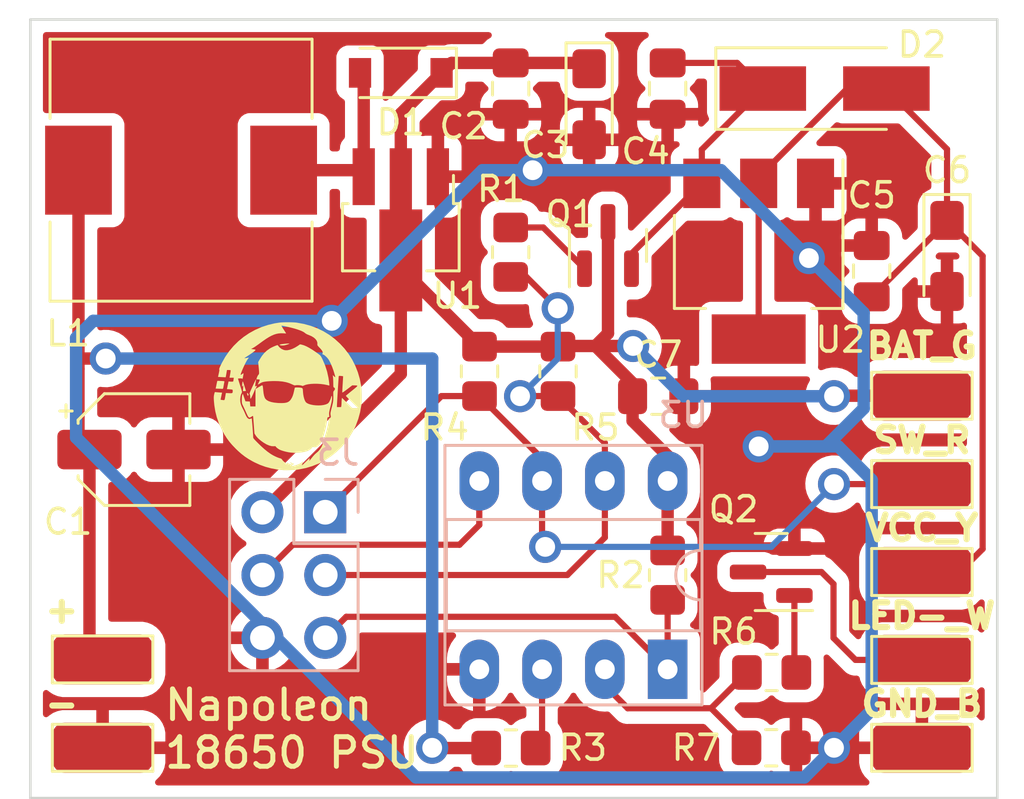
<source format=kicad_pcb>
(kicad_pcb (version 20211014) (generator pcbnew)

  (general
    (thickness 1.6)
  )

  (paper "A5")
  (title_block
    (title "Napoleon Grill Battery Supply")
    (date "2024-10-22")
    (rev "0.1-alpha")
    (company "Yavook!de")
  )

  (layers
    (0 "F.Cu" signal)
    (31 "B.Cu" signal)
    (32 "B.Adhes" user "B.Adhesive")
    (33 "F.Adhes" user "F.Adhesive")
    (34 "B.Paste" user)
    (35 "F.Paste" user)
    (36 "B.SilkS" user "B.Silkscreen")
    (37 "F.SilkS" user "F.Silkscreen")
    (38 "B.Mask" user)
    (39 "F.Mask" user)
    (40 "Dwgs.User" user "User.Drawings")
    (41 "Cmts.User" user "User.Comments")
    (42 "Eco1.User" user "User.Eco1")
    (43 "Eco2.User" user "User.Eco2")
    (44 "Edge.Cuts" user)
    (45 "Margin" user)
    (46 "B.CrtYd" user "B.Courtyard")
    (47 "F.CrtYd" user "F.Courtyard")
    (48 "B.Fab" user)
    (49 "F.Fab" user)
    (50 "User.1" user "Nutzer.1")
    (51 "User.2" user "Nutzer.2")
    (52 "User.3" user "Nutzer.3")
    (53 "User.4" user "Nutzer.4")
    (54 "User.5" user "Nutzer.5")
    (55 "User.6" user "Nutzer.6")
    (56 "User.7" user "Nutzer.7")
    (57 "User.8" user "Nutzer.8")
    (58 "User.9" user "Nutzer.9")
  )

  (setup
    (stackup
      (layer "F.SilkS" (type "Top Silk Screen"))
      (layer "F.Paste" (type "Top Solder Paste"))
      (layer "F.Mask" (type "Top Solder Mask") (thickness 0.01))
      (layer "F.Cu" (type "copper") (thickness 0.035))
      (layer "dielectric 1" (type "core") (thickness 1.51) (material "FR4") (epsilon_r 4.5) (loss_tangent 0.02))
      (layer "B.Cu" (type "copper") (thickness 0.035))
      (layer "B.Mask" (type "Bottom Solder Mask") (thickness 0.01))
      (layer "B.Paste" (type "Bottom Solder Paste"))
      (layer "B.SilkS" (type "Bottom Silk Screen"))
      (copper_finish "None")
      (dielectric_constraints no)
    )
    (pad_to_mask_clearance 0)
    (pcbplotparams
      (layerselection 0x0000000_7fffffff)
      (disableapertmacros false)
      (usegerberextensions false)
      (usegerberattributes true)
      (usegerberadvancedattributes true)
      (creategerberjobfile true)
      (svguseinch false)
      (svgprecision 6)
      (excludeedgelayer false)
      (plotframeref true)
      (viasonmask true)
      (mode 1)
      (useauxorigin false)
      (hpglpennumber 1)
      (hpglpenspeed 20)
      (hpglpendiameter 15.000000)
      (dxfpolygonmode true)
      (dxfimperialunits true)
      (dxfusepcbnewfont true)
      (psnegative true)
      (psa4output false)
      (plotreference false)
      (plotvalue false)
      (plotinvisibletext false)
      (sketchpadsonfab false)
      (subtractmaskfromsilk false)
      (outputformat 4)
      (mirror true)
      (drillshape 1)
      (scaleselection 1)
      (outputdirectory "")
    )
  )

  (net 0 "")
  (net 1 "+BATT")
  (net 2 "GND")
  (net 3 "+5V")
  (net 4 "Net-(C4-Pad2)")
  (net 5 "+3V3")
  (net 6 "Net-(D1-Pad2)")
  (net 7 "SW")
  (net 8 "LED-")
  (net 9 "~{3V3_EN}")
  (net 10 "/(MOSI)")
  (net 11 "/(~{RST})")
  (net 12 "Net-(Q1-Pad1)")
  (net 13 "Net-(Q2-Pad1)")
  (net 14 "/BAT_SENSE")
  (net 15 "/LED_ON")

  (footprint "Resistor_SMD:R_0805_2012Metric_Pad1.20x1.40mm_HandSolder" (layer "F.Cu") (at 37.211 27.194 90))

  (footprint "Resistor_SMD:R_0805_2012Metric_Pad1.20x1.40mm_HandSolder" (layer "F.Cu") (at 43.561 40.259 90))

  (footprint "Capacitor_SMD:C_0805_2012Metric_Pad1.18x1.45mm_HandSolder" (layer "F.Cu") (at 51.816 27.9615 90))

  (footprint "Package_TO_SOT_SMD:SOT-223-3_TabPin2" (layer "F.Cu") (at 47.244 27.559 -90))

  (footprint "Capacitor_Tantalum_SMD:CP_EIA-3216-18_Kemet-A_Pad1.58x1.35mm_HandSolder" (layer "F.Cu") (at 54.864 27.3455 -90))

  (footprint "Inductor_SMD:L_10.4x10.4_H4.8" (layer "F.Cu") (at 23.876 23.876))

  (footprint "Resistor_SMD:R_0805_2012Metric_Pad1.20x1.40mm_HandSolder" (layer "F.Cu") (at 39.126 32.014 90))

  (footprint "Diode_SMD:D_SMA_Handsoldering" (layer "F.Cu") (at 49.911 20.574))

  (footprint "Capacitor_SMD:CP_Elec_4x5.4" (layer "F.Cu") (at 21.971 35.179))

  (footprint "Capacitor_SMD:C_0805_2012Metric_Pad1.18x1.45mm_HandSolder" (layer "F.Cu") (at 43.18 33.02))

  (footprint "Package_TO_SOT_SMD:SOT-89-3_Handsoldering" (layer "F.Cu") (at 32.766 26.289 -90))

  (footprint "Resistor_SMD:R_0805_2012Metric_Pad1.20x1.40mm_HandSolder" (layer "F.Cu") (at 35.951 32.014 90))

  (footprint "Capacitor_SMD:C_0805_2012Metric_Pad1.18x1.45mm_HandSolder" (layer "F.Cu") (at 43.561 20.574 90))

  (footprint "Diode_SMD:D_SOD-123" (layer "F.Cu") (at 32.766 19.939 180))

  (footprint "Resistor_SMD:R_0805_2012Metric_Pad1.20x1.40mm_HandSolder" (layer "F.Cu") (at 47.752 47.244 180))

  (footprint "mini-boards:SolderWire_05_2x4mm" (layer "F.Cu") (at 53.848 33 -90))

  (footprint "Package_TO_SOT_SMD:SOT-23" (layer "F.Cu") (at 41.148 26.924 90))

  (footprint "Resistor_SMD:R_0805_2012Metric_Pad1.20x1.40mm_HandSolder" (layer "F.Cu") (at 37.221 47.254 180))

  (footprint "Package_TO_SOT_SMD:SOT-23" (layer "F.Cu") (at 47.752 40.132 180))

  (footprint "LOGO" (layer "F.Cu") (at 28.194 33.02))

  (footprint "mini-boards:SolderWire_02_2x4mm" (layer "F.Cu") (at 20.701 43.668 -90))

  (footprint "Capacitor_SMD:C_0805_2012Metric_Pad1.18x1.45mm_HandSolder" (layer "F.Cu") (at 37.211 20.574 -90))

  (footprint "Resistor_SMD:R_0805_2012Metric_Pad1.20x1.40mm_HandSolder" (layer "F.Cu") (at 47.768 44.196))

  (footprint "Capacitor_Tantalum_SMD:CP_EIA-3216-18_Kemet-A_Pad1.58x1.35mm_HandSolder" (layer "F.Cu") (at 40.386 21.209 -90))

  (footprint "Connector_PinHeader_2.54mm:PinHeader_2x03_P2.54mm_Vertical" (layer "B.Cu") (at 29.7085 37.714 180))

  (footprint "Package_DIP:DIP-8_W7.62mm_Socket_LongPads" (layer "B.Cu") (at 43.561 44.069 90))

  (gr_line (start 17.78 49.276) (end 56.896 49.276) (layer "Edge.Cuts") (width 0.1) (tstamp 34e967b3-de57-4561-9dd5-96c5dc3a6c07))
  (gr_line (start 17.78 17.78) (end 17.78 49.276) (layer "Edge.Cuts") (width 0.1) (tstamp 98834490-029b-4a46-8741-f1f823dcac7b))
  (gr_line (start 56.896 17.78) (end 17.78 17.78) (layer "Edge.Cuts") (width 0.1) (tstamp e763054f-c77a-439c-bfc2-aeb0404cbfcb))
  (gr_line (start 56.896 49.276) (end 56.896 17.78) (layer "Edge.Cuts") (width 0.1) (tstamp f830eab5-3b07-494b-a8ea-5832d2ee7357))
  (gr_text "Napoleon\n18650 PSU" (at 23.114 46.482) (layer "F.SilkS") (tstamp 0b5c1c5f-fb5b-4b9d-a898-815b7f5bbff0)
    (effects (font (size 1.2 1.2) (thickness 0.2)) (justify left))
  )
  (gr_text "SW_R" (at 53.848 34.798) (layer "F.SilkS") (tstamp 1a1c3d19-af17-4779-a1fd-8ac5a36a50f5)
    (effects (font (size 1 1) (thickness 0.25)))
  )
  (gr_text "+" (at 19.05 41.656) (layer "F.SilkS") (tstamp 42c05a67-b42f-4b6d-9c44-571af09eeb4b)
    (effects (font (size 1 1) (thickness 0.25)))
  )
  (gr_text "VCC_Y" (at 53.848 38.354) (layer "F.SilkS") (tstamp 51aa13dc-6c9f-4ad9-adf3-2be459fb4771)
    (effects (font (size 1 1) (thickness 0.25)))
  )
  (gr_text "-" (at 19.05 45.466) (layer "F.SilkS") (tstamp 7a993f1b-b438-43da-b6d4-c0dbf63b8edc)
    (effects (font (size 1 1) (thickness 0.25)))
  )
  (gr_text "BAT_G" (at 53.848 30.988) (layer "F.SilkS") (tstamp 816d9601-af08-4260-a966-ab159c080a6c)
    (effects (font (size 1 1) (thickness 0.25)))
  )
  (gr_text "GND_B" (at 53.848 45.466) (layer "F.SilkS") (tstamp 881cd0ed-7f38-43bc-ab09-842ba69140d9)
    (effects (font (size 1 1) (thickness 0.25)))
  )
  (gr_text "LED-_W" (at 53.848 41.91) (layer "F.SilkS") (tstamp a4e22a47-8081-427b-a284-fdb057c6b905)
    (effects (font (size 1 1) (thickness 0.25)))
  )

  (segment (start 36.221 47.254) (end 34.046 47.254) (width 0.5) (layer "F.Cu") (net 1) (tstamp 21ab2ed1-7f4d-4f0f-9e8b-c67f781729e5))
  (segment (start 20.171 35.179) (end 19.726 34.734) (width 0.5) (layer "F.Cu") (net 1) (tstamp 38c469f6-3c08-437e-9c45-ca40a23eb453))
  (segment (start 34.046 47.254) (end 34.036 47.244) (width 0.5) (layer "F.Cu") (net 1) (tstamp 52b35139-02eb-477b-9db5-eff022692151))
  (segment (start 19.812 31.496) (end 19.726 31.41) (width 0.5) (layer "F.Cu") (net 1) (tstamp 568febde-0e82-4c4c-895a-3e9d4c203337))
  (segment (start 19.726 31.918) (end 19.726 31.41) (width 0.5) (layer "F.Cu") (net 1) (tstamp 5b9f7ef7-441a-400b-b9d7-b2adbeba4486))
  (segment (start 19.726 31.41) (end 19.726 23.876) (width 0.5) (layer "F.Cu") (net 1) (tstamp 6028ded1-ff9e-4e58-a3d6-1d1a52ddd7b9))
  (segment (start 20.828 31.496) (end 19.812 31.496) (width 0.5) (layer "F.Cu") (net 1) (tstamp 6b5877a6-951b-47d9-bdb8-a982548f4da5))
  (segment (start 20.171 43.138) (end 20.171 35.179) (width 0.5) (layer "F.Cu") (net 1) (tstamp 6f9b287f-d2ec-4403-bb76-df9807cfe1b7))
  (segment (start 19.726 34.734) (end 19.726 31.918) (width 0.5) (layer "F.Cu") (net 1) (tstamp bb65050c-5017-46ff-a0d9-420567749183))
  (segment (start 20.701 43.668) (end 20.171 43.138) (width 0.5) (layer "F.Cu") (net 1) (tstamp e61e93b4-fa3c-4290-8a5b-90a29d53bca6))
  (via (at 20.828 31.496) (size 1.3) (drill 0.8) (layers "F.Cu" "B.Cu") (net 1) (tstamp 563e54e1-c7f0-474e-94d7-7ba5734bac61))
  (via (at 34.036 47.244) (size 1.3) (drill 0.8) (layers "F.Cu" "B.Cu") (net 1) (tstamp eef8aab8-7acd-42c3-be68-1ddc73a955ef))
  (segment (start 34.036 47.244) (end 34.036 31.496) (width 0.5) (layer "B.Cu") (net 1) (tstamp 356a4adf-df1a-4308-b021-13b68de38c5d))
  (segment (start 34.036 31.496) (end 20.828 31.496) (width 0.5) (layer "B.Cu") (net 1) (tstamp 97b908d6-f506-4ff2-9d8e-b6224c559321))
  (via (at 29.972 29.972) (size 1.3) (drill 0.8) (layers "F.Cu" "B.Cu") (net 2) (tstamp 0c4017d3-4441-4bfd-9480-4cb014c563ae))
  (via (at 38.1 23.876) (size 1.3) (drill 0.8) (layers "F.Cu" "B.Cu") (net 2) (tstamp 25519100-a83d-4b1f-9a31-b794aebc6e50))
  (via (at 47.244 35.052) (size 1.3) (drill 0.8) (layers "F.Cu" "B.Cu") (net 2) (tstamp 6e7e7b7e-407a-46a2-beab-f749bff7b436))
  (via (at 49.276 27.432) (size 1.3) (drill 0.8) (layers "F.Cu" "B.Cu") (net 2) (tstamp 73bfe9f0-e29f-4af8-93e6-43b7a08b96be))
  (via (at 50.292 47.244) (size 1.3) (drill 0.8) (layers "F.Cu" "B.Cu") (net 2) (tstamp 7406d141-a636-4854-abdc-f7c495c82f87))
  (segment (start 51.491511 33.516855) (end 49.956366 35.052) (width 0.5) (layer "B.Cu") (net 2) (tstamp 0fc733e2-f0b4-4a9f-81e5-296cbc25d5ae))
  (segment (start 51.491511 29.647511) (end 51.491511 33.516855) (width 0.5) (layer "B.Cu") (net 2) (tstamp 1114f773-f26b-4ef6-a2f6-1becbf2fcc25))
  (segment (start 49.956366 35.052) (end 47.244 35.052) (width 0.5) (layer "B.Cu") (net 2) (tstamp 302d59ab-d85b-4548-a74c-235b953562c8))
  (segment (start 47.244 35.052) (end 50.464366 35.052) (width 0.5) (layer "B.Cu") (net 2) (tstamp 4b0f37e8-d4dc-42f1-b452-33986e29fab2))
  (segment (start 50.464366 35.052) (end 51.816 36.403634) (width 0.5) (layer "B.Cu") (net 2) (tstamp 686b950b-72ab-468a-b7b9-30d1b4a4e4f2))
  (segment (start 38.1 23.876) (end 36.068 23.876) (width 0.5) (layer "B.Cu") (net 2) (tstamp 6decc48e-3a7a-474c-a57a-19a5bca14c57))
  (segment (start 19.628489 30.663511) (end 20.32 29.972) (width 0.5) (layer "B.Cu") (net 2) (tstamp 6ec14ec9-6365-4a40-b498-bc2055248c3c))
  (segment (start 49.092489 48.443511) (end 33.378802 48.443511) (width 0.5) (layer "B.Cu") (net 2) (tstamp 7f6d0c52-0a27-4e46-8015-d86c68709dfe))
  (segment (start 50.292 47.244) (end 49.092489 48.443511) (width 0.5) (layer "B.Cu") (net 2) (tstamp 8974eb9e-03fc-4cab-bf02-00aee77b834b))
  (segment (start 19.628489 34.693198) (end 19.628489 30.663511) (width 0.5) (layer "B.Cu") (net 2) (tstamp 950d8bf1-6e59-4a99-8099-d315d2990045))
  (segment (start 20.32 29.972) (end 29.972 29.972) (width 0.5) (layer "B.Cu") (net 2) (tstamp 9f5fd54d-0e5f-4f4f-b6b0-78724f4ba827))
  (segment (start 45.72 23.876) (end 49.276 27.432) (width 0.5) (layer "B.Cu") (net 2) (tstamp bede6a34-5022-48d3-838c-2778222e715e))
  (segment (start 49.276 27.432) (end 51.491511 29.647511) (width 0.5) (layer "B.Cu") (net 2) (tstamp cadd03ab-41ca-4c4b-aea2-22a3f0e6122e))
  (segment (start 36.068 23.876) (end 29.972 29.972) (width 0.5) (layer "B.Cu") (net 2) (tstamp cdf33bf4-06e5-4143-b5ec-36a042d5eb3e))
  (segment (start 51.816 36.403634) (end 51.816 45.72) (width 0.5) (layer "B.Cu") (net 2) (tstamp df9cb300-ecf3-4f79-8b64-73e6ba0aa702))
  (segment (start 33.378802 48.443511) (end 19.628489 34.693198) (width 0.5) (layer "B.Cu") (net 2) (tstamp e578be67-86df-457a-99b4-ebbe274bdfea))
  (segment (start 38.1 23.876) (end 45.72 23.876) (width 0.5) (layer "B.Cu") (net 2) (tstamp ed35a8ae-2c07-40fe-9420-9970dcdb764c))
  (segment (start 51.816 45.72) (end 50.292 47.244) (width 0.5) (layer "B.Cu") (net 2) (tstamp f69326fe-df27-4277-9e96-08f32f9ce2d7))
  (segment (start 41.148 30.48) (end 41.148 25.9865) (width 0.5) (layer "F.Cu") (net 3) (tstamp 07c9a569-0a9a-45a1-8bae-b59d00a55d39))
  (segment (start 53.848 33) (end 50.312 33) (width 0.5) (layer "F.Cu") (net 3) (tstamp 0c83f5b2-bb79-44dc-a823-b8e58623a019))
  (segment (start 40.151 19.5365) (end 40.386 19.7715) (width 0.5) (layer "F.Cu") (net 3) (tstamp 0c84f166-9c82-4d95-9050-61d2c1d5aec8))
  (segment (start 32.766 32.1165) (end 32.766 24.2265) (width 0.5) (layer "F.Cu") (net 3) (tstamp 38784c9b-c0d7-4bce-b8f7-0efef7d73fba))
  (segment (start 32.766 27.829) (end 32.766 24.2265) (width 0.5) (layer "F.Cu") (net 3) (tstamp 39a081c7-e451-4d7e-a9ba-dee9ed7f2532))
  (segment (start 39.126 31.014) (end 35.951 31.014) (width 0.5) (layer "F.Cu") (net 3) (tstamp 3e04e3ac-263e-4b99-bbd9-4766d8efc34d))
  (segment (start 40.64 30.988) (end 41.148 30.48) (width 0.5) (layer "F.Cu") (net 3) (tstamp 4b4c92dc-4fa9-48b8-9e36-9de960aeb283))
  (segment (start 43.561 35.433) (end 42.1425 34.0145) (width 0.5) (layer "F.Cu") (net 3) (tstamp 53d26bec-da1c-485e-981b-95a7dd201668))
  (segment (start 40.64 30.988) (end 42.1425 32.4905) (width 0.5) (layer "F.Cu") (net 3) (tstamp 57ca1174-2c42-4bf6-a18d-b54c7dfdba34))
  (segment (start 42.1425 34.0145) (end 42.1425 33.02) (width 0.5) (layer "F.Cu") (net 3) (tstamp 5d98e6b1-e4d6-4ecb-8ecf-feaa2b4a99f5))
  (segment (start 39.288366 30.988) (end 40.64 30.988) (width 0.5) (layer "F.Cu") (net 3) (tstamp 6248004b-7888-4e78-b997-e046b1b47a4f))
  (segment (start 32.766 21.589) (end 34.416 19.939) (width 0.5) (layer "F.Cu") (net 3) (tstamp 6d93040d-4118-49b0-b43e-2cbb7659067f))
  (segment (start 50.312 33) (end 50.292 33.02) (width 0.5) (layer "F.Cu") (net 3) (tstamp 7954d2e5-4f11-46d2-acc6-f3ed7c273452))
  (segment (start 43.561 36.449) (end 43.561 39.259) (width 0.5) (layer "F.Cu") (net 3) (tstamp 79e0bd15-4c29-4168-a00c-90691662b7b5))
  (segment (start 39.262366 31.014) (end 39.288366 30.988) (width 0.5) (layer "F.Cu") (net 3) (tstamp 809431cb-631e-4619-ba98-fd70a1c167b4))
  (segment (start 37.211 19.5365) (end 40.151 19.5365) (width 0.5) (layer "F.Cu") (net 3) (tstamp 84ca22c1-f60b-4525-b61d-a870ce74bdbd))
  (segment (start 32.766 24.2265) (end 32.766 21.589) (width 0.5) (layer "F.Cu") (net 3) (tstamp 960583dd-74a1-49ed-8e31-9c5fe4915959))
  (segment (start 34.8185 19.5365) (end 37.211 19.5365) (width 0.5) (layer "F.Cu") (net 3) (tstamp b545efbd-4665-495e-a212-a3eda1da410b))
  (segment (start 42.164 30.988) (end 40.64 30.988) (width 0.5) (layer "F.Cu") (net 3) (tstamp bafbc76f-b213-4f84-802b-752f4448bcba))
  (segment (start 39.126 31.014) (end 39.262366 31.014) (width 0.5) (layer "F.Cu") (net 3) (tstamp c8a50954-3081-4d03-ab3f-e92065677070))
  (segment (start 34.416 19.939) (end 34.8185 19.5365) (width 0.5) (layer "F.Cu") (net 3) (tstamp e1905a39-bd57-41c5-b262-1c8195859afb))
  (segment (start 42.1425 32.4905) (end 42.1425 33.02) (width 0.5) (layer "F.Cu") (net 3) (tstamp ec41e3fa-f416-44a5-9730-cbe35c82aca5))
  (segment (start 35.951 31.014) (end 32.766 27.829) (width 0.5) (layer "F.Cu") (net 3) (tstamp f13c8a3c-ee6c-4725-b2c4-b6301c331b20))
  (segment (start 27.1685 37.714) (end 32.766 32.1165) (width 0.5) (layer "F.Cu") (net 3) (tstamp f28404b2-f037-43e6-9506-b9b2c0e48e51))
  (segment (start 43.561 36.449) (end 43.561 35.433) (width 0.5) (layer "F.Cu") (net 3) (tstamp fb0df9fc-e4ab-4e4e-a491-0f4db966d548))
  (via (at 42.164 30.988) (size 1.3) (drill 0.8) (layers "F.Cu" "B.Cu") (net 3) (tstamp 690afe80-5324-4ad3-b29a-a957b1bb25c3))
  (via (at 50.292 33.02) (size 1.3) (drill 0.8) (layers "F.Cu" "B.Cu") (net 3) (tstamp 8a3738ee-2df5-4e2a-9031-a6168cf8de67))
  (segment (start 50.292 33.02) (end 44.196 33.02) (width 0.5) (layer "B.Cu") (net 3) (tstamp 287e8a0f-5771-4ca3-b4d8-6d1684e71ed8))
  (segment (start 44.196 33.02) (end 42.164 30.988) (width 0.5) (layer "B.Cu") (net 3) (tstamp e972d63f-c5c4-4c4b-a90a-e30d490a39e2))
  (segment (start 44.944 23.041) (end 47.411 20.574) (width 0.25) (layer "F.Cu") (net 4) (tstamp 3b30dd3d-a9a3-486d-8d00-c79474a22a05))
  (segment (start 44.944 24.409) (end 44.944 23.041) (width 0.25) (layer "F.Cu") (net 4) (tstamp 550b624e-9696-49b9-b538-59425abb1306))
  (segment (start 43.561 19.5365) (end 46.3735 19.5365) (width 0.25) (layer "F.Cu") (net 4) (tstamp a6e83826-b42d-4719-aa8a-9ac55ca9d3f0))
  (segment (start 42.098 27.255) (end 44.944 24.409) (width 0.25) (layer "F.Cu") (net 4) (tstamp bad67d77-ac8d-48c9-bc27-7c03d5f0ec54))
  (segment (start 42.098 27.8615) (end 42.098 27.255) (width 0.25) (layer "F.Cu") (net 4) (tstamp c5457779-ee3b-484d-8238-775041a2118b))
  (segment (start 46.3735 19.5365) (end 47.411 20.574) (width 0.25) (layer "F.Cu") (net 4) (tstamp d3d46084-2317-4066-83e7-eacc35dc18c0))
  (segment (start 55.372 40.132) (end 53.848 40.132) (width 0.25) (layer "F.Cu") (net 5) (tstamp 0b562950-7f50-4ca2-8367-964999aa4bae))
  (segment (start 47.244 24.159) (end 50.829 20.574) (width 0.25) (layer "F.Cu") (net 5) (tstamp 0f9e1153-0bf1-44b9-8b1f-3974bc45f4a4))
  (segment (start 54.864 23.027) (end 52.411 20.574) (width 0.25) (layer "F.Cu") (net 5) (tstamp 13290abb-9273-4cc3-90c3-de8eb76a923d))
  (segment (start 56.30452 27.34852) (end 56.30452 39.19948) (width 0.25) (layer "F.Cu") (net 5) (tstamp 147c7025-afc6-4f86-81c5-9dd6da9367fb))
  (segment (start 47.244 30.709) (end 47.244 24.409) (width 0.25) (layer "F.Cu") (net 5) (tstamp 25895764-c350-41a2-a17e-2938fabbc8a0))
  (segment (start 56.30452 39.19948) (end 55.372 40.132) (width 0.25) (layer "F.Cu") (net 5) (tstamp 30020ac2-00e9-48d5-bbd2-386be3fdc791))
  (segment (start 54.864 25.908) (end 54.864 23.027) (width 0.25) (layer "F.Cu") (net 5) (tstamp 6b72d131-93fb-49f9-acd7-28bcd8c183ee))
  (segment (start 51.816 28.999) (end 54.864 25.951) (width 0.25) (layer "F.Cu") (net 5) (tstamp a881a592-8e39-4cf3-98fe-252e609c37a6))
  (segment (start 47.244 24.409) (end 47.244 24.159) (width 0.25) (layer "F.Cu") (net 5) (tstamp abcab5c1-4f8d-4fff-aaef-be849aebe5a1))
  (segment (start 54.864 25.908) (end 56.30452 27.34852) (width 0.25) (layer "F.Cu") (net 5) (tstamp ad37c17d-f37a-4410-a4f9-de82c3c8ab0a))
  (segment (start 54.864 25.951) (end 54.864 25.908) (width 0.25) (layer "F.Cu") (net 5) (tstamp d44f3d4d-2814-4e10-9540-2248a8c6654c))
  (segment (start 50.829 20.574) (end 52.411 20.574) (width 0.25) (layer "F.Cu") (net 5) (tstamp ec51f97a-1448-4a99-ba01-d24cb2b23b6c))
  (segment (start 31.003 23.876) (end 31.266 24.139) (width 0.5) (layer "F.Cu") (net 6) (tstamp 0aa27f7c-861f-4293-a21e-c0b161492a55))
  (segment (start 31.266 24.139) (end 31.266 20.089) (width 0.5) (layer "F.Cu") (net 6) (tstamp 57bd2665-5a58-443e-8743-4aae5ecabbfc))
  (segment (start 31.266 20.089) (end 31.116 19.939) (width 0.5) (layer "F.Cu") (net 6) (tstamp 79425220-a032-494e-8721-f1e712b479c1))
  (segment (start 28.026 23.876) (end 31.003 23.876) (width 0.5) (layer "F.Cu") (net 6) (tstamp e4d209ff-4e0d-46b5-a0e4-ed954a4e9872))
  (segment (start 50.292 36.576) (end 53.848 36.576) (width 0.25) (layer "F.Cu") (net 7) (tstamp 0aa8573f-2e43-4600-b3d2-ad5f972a967c))
  (segment (start 38.481 36.449) (end 38.481 38.989) (width 0.25) (layer "F.Cu") (net 7) (tstamp 153433f2-8f5c-4b81-a731-bb3ef2d5a7ac))
  (segment (start 38.481 35.544) (end 38.481 36.449) (width 0.25) (layer "F.Cu") (net 7) (tstamp 2b54e335-fe00-43c1-8cba-33f920295352))
  (segment (start 34.4085 33.014) (end 35.951 33.014) (width 0.25) (layer "F.Cu") (net 7) (tstamp 65cf3164-6eb5-42b4-af15-3cc21461f559))
  (segment (start 29.7085 37.714) (end 34.4085 33.014) (width 0.25) (layer "F.Cu") (net 7) (tstamp 6cc3f858-76db-4b33-8e06-00eb87c107ef))
  (segment (start 35.951 33.014) (end 38.481 35.544) (width 0.25) (layer "F.Cu") (net 7) (tstamp 75108d1d-1430-4bd6-9194-71b67b0edc50))
  (segment (start 38.481 38.989) (end 38.608 39.116) (width 0.25) (layer "F.Cu") (net 7) (tstamp ce42515d-9c72-4f68-8e5f-8e1d6b0d1a14))
  (via (at 38.608 39.116) (size 1.3) (drill 0.8) (layers "F.Cu" "B.Cu") (net 7) (tstamp 1231b065-6df2-451f-8651-2d3101775518))
  (via (at 50.292 36.576) (size 1.3) (drill 0.8) (layers "F.Cu" "B.Cu") (net 7) (tstamp b6411a36-75ad-4fa9-89d0-3b5c455e4e16))
  (segment (start 47.752 39.116) (end 50.292 36.576) (width 0.25) (layer "B.Cu") (net 7) (tstamp 005cf3d5-546a-4540-ba3a-4d1f0d44ffb5))
  (segment (start 38.608 39.116) (end 47.752 39.116) (width 0.25) (layer "B.Cu") (net 7) (tstamp fc505821-2330-4afe-9c43-ed364b8ca5ac))
  (segment (start 49.784 40.132) (end 50.272 40.62) (width 0.25) (layer "F.Cu") (net 8) (tstamp 0dc118fc-e6a1-4ff1-b266-ab122b7abac6))
  (segment (start 46.8145 40.132) (end 49.784 40.132) (width 0.25) (layer "F.Cu") (net 8) (tstamp 1859ef23-a40e-4748-b369-6ce1f0904410))
  (segment (start 50.272 40.62) (end 50.272 42.799) (width 0.25) (layer "F.Cu") (net 8) (tstamp 9e3483a4-c28c-434d-a615-a9ab4d525e4c))
  (segment (start 50.272 42.799) (end 51.161 43.688) (width 0.25) (layer "F.Cu") (net 8) (tstamp dc168bbf-c74b-469f-9366-dff9c73e0187))
  (segment (start 51.161 43.688) (end 53.848 43.688) (width 0.25) (layer "F.Cu") (net 8) (tstamp ec861fc5-bbe9-47c6-a9d3-9f512544f890))
  (segment (start 37.598 33.014) (end 37.592 33.02) (width 0.25) (layer "F.Cu") (net 9) (tstamp 2b2f4c53-a036-403c-b827-312efcbb6d84))
  (segment (start 41.021 34.909) (end 39.126 33.014) (width 0.25) (layer "F.Cu") (net 9) (tstamp 333a59db-17e7-4c0c-b861-8c68d8beaaf3))
  (segment (start 39.126 33.014) (end 37.598 33.014) (width 0.25) (layer "F.Cu") (net 9) (tstamp 70adb506-1f01-4236-bfa3-ae34a6f81a95))
  (segment (start 39.502 40.254) (end 41.021 38.735) (width 0.25) (layer "F.Cu") (net 9) (tstamp 8ee26396-cfa7-4786-be63-57d651d4959b))
  (segment (start 37.846 28.194) (end 37.211 28.194) (width 0.25) (layer "F.Cu") (net 9) (tstamp 9b8e0eaf-4e33-4e40-9a49-05d11aa1e9e6))
  (segment (start 39.116 29.464) (end 37.846 28.194) (width 0.25) (layer "F.Cu") (net 9) (tstamp c2c89e33-9b96-475d-9091-40f69937856a))
  (segment (start 29.7085 40.254) (end 39.502 40.254) (width 0.25) (layer "F.Cu") (net 9) (tstamp d3f186d6-ec48-463f-8eee-1547a9ab1e28))
  (segment (start 41.021 36.449) (end 41.021 34.909) (width 0.25) (layer "F.Cu") (net 9) (tstamp d7c66460-4b40-43ec-a071-f368b2ecf316))
  (segment (start 41.021 38.735) (end 41.021 36.449) (width 0.25) (layer "F.Cu") (net 9) (tstamp f2e19665-1bac-4405-8b31-2783fa20082f))
  (via (at 39.116 29.464) (size 1.3) (drill 0.8) (layers "F.Cu" "B.Cu") (net 9) (tstamp 28cf3db3-0efd-445d-8e09-a00dcdb7e4c4))
  (via (at 37.592 33.02) (size 1.3) (drill 0.8) (layers "F.Cu" "B.Cu") (net 9) (tstamp 5513f8ec-efe5-4140-8650-29cd81468e5f))
  (segment (start 39.116 31.496) (end 39.116 29.464) (width 0.25) (layer "B.Cu") (net 9) (tstamp 014661a5-ae7e-4c61-add3-6a7f1238035b))
  (segment (start 37.592 33.02) (end 39.116 31.496) (width 0.25) (layer "B.Cu") (net 9) (tstamp be7d078a-1476-44c8-935c-11bf4f8a2955))
  (segment (start 35.941 38.227) (end 35.941 36.449) (width 0.25) (layer "F.Cu") (net 10) (tstamp 584dcfca-59c1-40c4-b52b-ee5b167246dc))
  (segment (start 35.138511 39.029489) (end 35.941 38.227) (width 0.25) (layer "F.Cu") (net 10) (tstamp bb67a671-89dc-475f-b441-aed63ca7b4cc))
  (segment (start 27.1685 40.254) (end 28.393011 39.029489) (width 0.25) (layer "F.Cu") (net 10) (tstamp cc783d91-a18c-4cce-9f7b-7d1cee10cc87))
  (segment (start 28.393011 39.029489) (end 35.138511 39.029489) (width 0.25) (layer "F.Cu") (net 10) (tstamp d2df5eeb-60b1-4ad0-bece-7860d97e0ea4))
  (segment (start 30.5585 41.944) (end 41.436 41.944) (width 0.25) (layer "F.Cu") (net 11) (tstamp 01313380-8bff-4b79-9418-aa35108a3346))
  (segment (start 41.436 41.944) (end 43.561 44.069) (width 0.25) (layer "F.Cu") (net 11) (tstamp 399e0ecb-bab4-4bf4-98d1-c02d6c95d7cf))
  (segment (start 43.561 44.069) (end 43.561 41.259) (width 0.25) (layer "F.Cu") (net 11) (tstamp 68a81389-4f88-4469-bff1-bedcb3b63bd1))
  (segment (start 29.7085 42.794) (end 30.5585 41.944) (width 0.25) (layer "F.Cu") (net 11) (tstamp f00e656c-e83a-4766-909c-2e0d3eea4f0e))
  (segment (start 40.198 27.8615) (end 38.5305 26.194) (width 0.25) (layer "F.Cu") (net 12) (tstamp 2d72c6af-2718-4c6b-bd3d-61c026a66ec3))
  (segment (start 38.5305 26.194) (end 37.211 26.194) (width 0.25) (layer "F.Cu") (net 12) (tstamp 3450a80d-cfc8-491a-b9b1-663dce8617da))
  (segment (start 48.6895 44.1175) (end 48.6895 41.082) (width 0.25) (layer "F.Cu") (net 13) (tstamp 05c33adf-0725-4414-9474-fc95565c2fc8))
  (segment (start 48.768 44.196) (end 48.6895 44.1175) (width 0.25) (layer "F.Cu") (net 13) (tstamp 2f247a54-fb9e-4f38-8101-29f2c5bfcebd))
  (segment (start 38.221 47.254) (end 38.481 46.994) (width 0.25) (layer "F.Cu") (net 14) (tstamp 66f92f1f-46e2-422e-ad2d-42b2a9561d0f))
  (segment (start 38.481 46.994) (end 38.481 44.069) (width 0.25) (layer "F.Cu") (net 14) (tstamp f2ba199d-d77a-43b8-8ee4-b1b87d363a54))
  (segment (start 46.752 47.075022) (end 45.320489 45.643511) (width 0.25) (layer "F.Cu") (net 15) (tstamp 3cfe9293-796b-49cd-8863-06dbd1a9f84e))
  (segment (start 45.320489 45.643511) (end 46.768 44.196) (width 0.25) (layer "F.Cu") (net 15) (tstamp 721242bc-73a5-47b2-99ad-ff13b4c30b8c))
  (segment (start 41.021 44.069) (end 41.021 44.719) (width 0.25) (layer "F.Cu") (net 15) (tstamp c43e3df4-9299-41eb-bed8-b2dd33a04587))
  (segment (start 41.021 44.719) (end 41.945511 45.643511) (width 0.25) (layer "F.Cu") (net 15) (tstamp e9a83744-789e-49fc-b2a6-9a10bf3f639d))
  (segment (start 41.945511 45.643511) (end 45.320489 45.643511) (width 0.25) (layer "F.Cu") (net 15) (tstamp f503b46d-e0fc-4655-9a6f-b08fdfea6767))
  (segment (start 46.752 47.244) (end 46.752 47.075022) (width 0.25) (layer "F.Cu") (net 15) (tstamp f6b6fa92-37d0-44da-80e0-804086ceb650))

  (zone (net 2) (net_name "GND") (layer "F.Cu") (tstamp babc852d-9cdb-4538-915a-5637c152f8f9) (hatch edge 0.508)
    (connect_pads (clearance 0.508))
    (min_thickness 0.254) (filled_areas_thickness no)
    (fill yes (thermal_gap 0.508) (thermal_bridge_width 0.508))
    (polygon
      (pts
        (xy 56.896 49.276)
        (xy 17.78 49.276)
        (xy 17.78 17.78)
        (xy 56.896 17.78)
      )
    )
    (filled_polygon
      (layer "F.Cu")
      (pts
        (xy 36.391743 18.308002)
        (xy 36.438236 18.361658)
        (xy 36.44834 18.431932)
        (xy 36.418846 18.496512)
        (xy 36.389925 18.521144)
        (xy 36.261652 18.600522)
        (xy 36.136695 18.725697)
        (xy 36.133739 18.730493)
        (xy 36.076386 18.771155)
        (xy 36.035422 18.778)
        (xy 34.88557 18.778)
        (xy 34.86662 18.776567)
        (xy 34.852385 18.774401)
        (xy 34.852381 18.774401)
        (xy 34.845151 18.773301)
        (xy 34.837859 18.773894)
        (xy 34.837856 18.773894)
        (xy 34.792482 18.777585)
        (xy 34.782267 18.778)
        (xy 34.774207 18.778)
        (xy 34.770573 18.778424)
        (xy 34.770567 18.778424)
        (xy 34.757542 18.779943)
        (xy 34.74598 18.781291)
        (xy 34.741632 18.781721)
        (xy 34.668864 18.78764)
        (xy 34.661903 18.789895)
        (xy 34.655963 18.791082)
        (xy 34.650088 18.792471)
        (xy 34.642819 18.793318)
        (xy 34.57417 18.818236)
        (xy 34.570073 18.819643)
        (xy 34.555487 18.824368)
        (xy 34.516659 18.8305)
        (xy 33.917866 18.8305)
        (xy 33.855684 18.837255)
        (xy 33.719295 18.888385)
        (xy 33.602739 18.975739)
        (xy 33.515385 19.092295)
        (xy 33.464255 19.228684)
        (xy 33.4575 19.290866)
        (xy 33.4575 19.772629)
        (xy 33.437498 19.84075)
        (xy 33.420595 19.861724)
        (xy 32.277089 21.00523)
        (xy 32.262677 21.017616)
        (xy 32.251083 21.026149)
        (xy 32.245182 21.030492)
        (xy 32.240438 21.036076)
        (xy 32.236436 21.039808)
        (xy 32.172975 21.07164)
        (xy 32.102379 21.06411)
        (xy 32.047061 21.019608)
        (xy 32.0245 20.947661)
        (xy 32.0245 20.787513)
        (xy 32.032518 20.743284)
        (xy 32.064973 20.656711)
        (xy 32.064973 20.656709)
        (xy 32.067745 20.649316)
        (xy 32.068599 20.64146)
        (xy 32.074131 20.590531)
        (xy 32.0745 20.587134)
        (xy 32.0745 19.290866)
        (xy 32.067745 19.228684)
        (xy 32.016615 19.092295)
        (xy 31.929261 18.975739)
        (xy 31.812705 18.888385)
        (xy 31.676316 18.837255)
        (xy 31.614134 18.8305)
        (xy 30.617866 18.8305)
        (xy 30.555684 18.837255)
        (xy 30.419295 18.888385)
        (xy 30.302739 18.975739)
        (xy 30.215385 19.092295)
        (xy 30.164255 19.228684)
        (xy 30.1575 19.290866)
        (xy 30.1575 20.587134)
        (xy 30.164255 20.649316)
        (xy 30.215385 20.785705)
        (xy 30.302739 20.902261)
        (xy 30.419295 20.989615)
        (xy 30.427704 20.992767)
        (xy 30.435575 20.997077)
        (xy 30.434664 20.998741)
        (xy 30.48249 21.034663)
        (xy 30.507193 21.101224)
        (xy 30.5075 21.110009)
        (xy 30.5075 22.521671)
        (xy 30.487498 22.589792)
        (xy 30.465593 22.613332)
        (xy 30.466269 22.614008)
        (xy 30.459919 22.620358)
        (xy 30.452739 22.625739)
        (xy 30.365385 22.742295)
        (xy 30.314255 22.878684)
        (xy 30.3075 22.940866)
        (xy 30.3075 22.9915)
        (xy 30.287498 23.059621)
        (xy 30.233842 23.106114)
        (xy 30.1815 23.1175)
        (xy 30.0105 23.1175)
        (xy 29.942379 23.097498)
        (xy 29.895886 23.043842)
        (xy 29.8845 22.9915)
        (xy 29.8845 22.027866)
        (xy 29.877745 21.965684)
        (xy 29.826615 21.829295)
        (xy 29.739261 21.712739)
        (xy 29.622705 21.625385)
        (xy 29.486316 21.574255)
        (xy 29.424134 21.5675)
        (xy 26.627866 21.5675)
        (xy 26.565684 21.574255)
        (xy 26.429295 21.625385)
        (xy 26.312739 21.712739)
        (xy 26.225385 21.829295)
        (xy 26.174255 21.965684)
        (xy 26.1675 22.027866)
        (xy 26.1675 25.724134)
        (xy 26.174255 25.786316)
        (xy 26.225385 25.922705)
        (xy 26.312739 26.039261)
        (xy 26.429295 26.126615)
        (xy 26.565684 26.177745)
        (xy 26.627866 26.1845)
        (xy 29.424134 26.1845)
        (xy 29.486316 26.177745)
        (xy 29.622705 26.126615)
        (xy 29.739261 26.039261)
        (xy 29.826615 25.922705)
        (xy 29.877745 25.786316)
        (xy 29.8845 25.724134)
        (xy 29.8845 24.7605)
        (xy 29.904502 24.692379)
        (xy 29.958158 24.645886)
        (xy 30.0105 24.6345)
        (xy 30.1815 24.6345)
        (xy 30.249621 24.654502)
        (xy 30.296114 24.708158)
        (xy 30.3075 24.7605)
        (xy 30.3075 25.337134)
        (xy 30.314255 25.399316)
        (xy 30.365385 25.535705)
        (xy 30.452739 25.652261)
        (xy 30.569295 25.739615)
        (xy 30.705684 25.790745)
        (xy 30.767866 25.7975)
        (xy 31.259771 25.7975)
        (xy 31.327892 25.817502)
        (xy 31.374385 25.871158)
        (xy 31.385771 25.9235)
        (xy 31.385771 29.589)
        (xy 31.391 29.662111)
        (xy 31.392904 29.668594)
        (xy 31.428055 29.788307)
        (xy 31.432196 29.802411)
        (xy 31.437067 29.80999)
        (xy 31.506378 29.917841)
        (xy 31.50638 29.917844)
        (xy 31.51125 29.925421)
        (xy 31.51806 29.931322)
        (xy 31.614945 30.015274)
        (xy 31.614948 30.015276)
        (xy 31.621757 30.021176)
        (xy 31.754766 30.081919)
        (xy 31.763689 30.083202)
        (xy 31.785251 30.086302)
        (xy 31.899433 30.102719)
        (xy 31.964013 30.132212)
        (xy 32.002396 30.191938)
        (xy 32.0075 30.227436)
        (xy 32.0075 31.750129)
        (xy 31.987498 31.81825)
        (xy 31.970595 31.839224)
        (xy 27.475796 36.334023)
        (xy 27.413484 36.368049)
        (xy 27.364605 36.368975)
        (xy 27.296784 36.356894)
        (xy 27.222952 36.355992)
        (xy 27.078581 36.354228)
        (xy 27.078579 36.354228)
        (xy 27.073411 36.354165)
        (xy 26.852591 36.387955)
        (xy 26.640256 36.457357)
        (xy 26.583314 36.486999)
        (xy 26.470851 36.545544)
        (xy 26.442107 36.560507)
        (xy 26.437974 36.56361)
        (xy 26.437971 36.563612)
        (xy 26.2676 36.69153)
        (xy 26.263465 36.694635)
        (xy 26.109129 36.856138)
        (xy 25.983243 37.04068)
        (xy 25.936216 37.141992)
        (xy 25.90488 37.2095)
        (xy 25.889188 37.243305)
        (xy 25.829489 37.45857)
        (xy 25.805751 37.680695)
        (xy 25.806048 37.685848)
        (xy 25.806048 37.685851)
        (xy 25.815588 37.851301)
        (xy 25.81861 37.903715)
        (xy 25.819747 37.908761)
        (xy 25.819748 37.908767)
        (xy 25.839715 37.997364)
        (xy 25.867722 38.121639)
        (xy 25.951766 38.328616)
        (xy 25.989185 38.389678)
        (xy 26.064924 38.513273)
        (xy 26.068487 38.519088)
        (xy 26.21475 38.687938)
        (xy 26.386626 38.830632)
        (xy 26.434488 38.8586)
        (xy 26.459945 38.873476)
        (xy 26.508669 38.925114)
        (xy 26.52174 38.994897)
        (xy 26.495009 39.060669)
        (xy 26.454555 39.094027)
        (xy 26.442107 39.100507)
        (xy 26.437974 39.10361)
        (xy 26.437971 39.103612)
        (xy 26.2676 39.23153)
        (xy 26.263465 39.234635)
        (xy 26.208417 39.292239)
        (xy 26.133493 39.370643)
        (xy 26.109129 39.396138)
        (xy 26.106215 39.40041)
        (xy 26.106214 39.400411)
        (xy 26.039302 39.4985)
        (xy 25.983243 39.58068)
        (xy 25.948219 39.656134)
        (xy 25.898214 39.763861)
        (xy 25.889188 39.783305)
        (xy 25.829489 39.99857)
        (xy 25.805751 40.220695)
        (xy 25.806048 40.225848)
        (xy 25.806048 40.225851)
        (xy 25.817248 40.420097)
        (xy 25.81861 40.443715)
        (xy 25.819747 40.448761)
        (xy 25.819748 40.448767)
        (xy 25.837611 40.528029)
        (xy 25.867722 40.661639)
        (xy 25.924247 40.800844)
        (xy 25.945162 40.852351)
        (xy 25.951766 40.868616)
        (xy 25.994673 40.938634)
        (xy 26.065791 41.054688)
        (xy 26.068487 41.059088)
        (xy 26.21475 41.227938)
        (xy 26.386626 41.370632)
        (xy 26.448522 41.406801)
        (xy 26.460455 41.413774)
        (xy 26.509179 41.465412)
        (xy 26.52225 41.535195)
        (xy 26.495519 41.600967)
        (xy 26.455062 41.634327)
        (xy 26.446957 41.638546)
        (xy 26.438238 41.644036)
        (xy 26.267933 41.771905)
        (xy 26.260226 41.778748)
        (xy 26.11309 41.932717)
        (xy 26.106604 41.940727)
        (xy 25.986598 42.116649)
        (xy 25.9815 42.125623)
        (xy 25.891838 42.318783)
        (xy 25.888275 42.32847)
        (xy 25.832889 42.528183)
        (xy 25.834412 42.536607)
        (xy 25.846792 42.54)
        (xy 27.2965 42.54)
        (xy 27.364621 42.560002)
        (xy 27.411114 42.613658)
        (xy 27.4225 42.666)
        (xy 27.4225 44.112517)
        (xy 27.426564 44.126359)
        (xy 27.439978 44.128393)
        (xy 27.446684 44.127534)
        (xy 27.456762 44.125392)
        (xy 27.660755 44.064191)
        (xy 27.670342 44.060433)
        (xy 27.861595 43.966739)
        (xy 27.870445 43.961464)
        (xy 28.043828 43.837792)
        (xy 28.0517 43.831139)
        (xy 28.202552 43.680812)
        (xy 28.20923 43.672965)
        (xy 28.336522 43.495819)
        (xy 28.337779 43.496722)
        (xy 28.384873 43.453362)
        (xy 28.454811 43.441145)
        (xy 28.520251 43.468678)
        (xy 28.548079 43.500511)
        (xy 28.608487 43.599088)
        (xy 28.75475 43.767938)
        (xy 28.926626 43.910632)
        (xy 29.1195 44.023338)
        (xy 29.328192 44.10303)
        (xy 29.33326 44.104061)
        (xy 29.333263 44.104062)
        (xy 29.428362 44.12341)
        (xy 29.547097 44.147567)
        (xy 29.552272 44.147757)
        (xy 29.552274 44.147757)
        (xy 29.765173 44.155564)
        (xy 29.765177 44.155564)
        (xy 29.770337 44.155753)
        (xy 29.775457 44.155097)
        (xy 29.775459 44.155097)
        (xy 29.986788 44.128025)
        (xy 29.986789 44.128025)
        (xy 29.991916 44.127368)
        (xy 29.996866 44.125883)
        (xy 30.200929 44.064661)
        (xy 30.200934 44.064659)
        (xy 30.205884 44.063174)
        (xy 30.406494 43.964896)
        (xy 30.58836 43.835173)
        (xy 30.610281 43.813329)
        (xy 30.725193 43.698817)
        (xy 30.746596 43.677489)
        (xy 30.876953 43.496077)
        (xy 30.890495 43.468678)
        (xy 30.973636 43.300453)
        (xy 30.973637 43.300451)
        (xy 30.97593 43.295811)
        (xy 31.033802 43.105334)
        (xy 31.039365 43.087023)
        (xy 31.039365 43.087021)
        (xy 31.04087 43.082069)
        (xy 31.070029 42.86059)
        (xy 31.071656 42.794)
        (xy 31.070181 42.776053)
        (xy 31.065065 42.713823)
        (xy 31.079418 42.644293)
        (xy 31.129084 42.59356)
        (xy 31.190641 42.5775)
        (xy 34.878519 42.5775)
        (xy 34.94664 42.597502)
        (xy 34.993133 42.651158)
        (xy 35.003237 42.721432)
        (xy 34.973743 42.786012)
        (xy 34.967614 42.792595)
        (xy 34.939084 42.821125)
        (xy 34.932028 42.829533)
        (xy 34.807069 43.007993)
        (xy 34.801586 43.017489)
        (xy 34.70951 43.214947)
        (xy 34.705764 43.225239)
        (xy 34.649375 43.435688)
        (xy 34.647472 43.446481)
        (xy 34.633238 43.60917)
        (xy 34.633 43.614635)
        (xy 34.633 43.796885)
        (xy 34.637475 43.812124)
        (xy 34.638865 43.813329)
        (xy 34.646548 43.815)
        (xy 36.069 43.815)
        (xy 36.137121 43.835002)
        (xy 36.183614 43.888658)
        (xy 36.195 43.941)
        (xy 36.195 45.736967)
        (xy 36.198973 45.750498)
        (xy 36.207522 45.751727)
        (xy 36.384761 45.704236)
        (xy 36.395053 45.70049)
        (xy 36.592511 45.608414)
        (xy 36.602007 45.602931)
        (xy 36.780467 45.477972)
        (xy 36.788875 45.470916)
        (xy 36.942916 45.316875)
        (xy 36.949972 45.308467)
        (xy 37.074931 45.130007)
        (xy 37.080414 45.120511)
        (xy 37.096529 45.085951)
        (xy 37.143446 45.032666)
        (xy 37.211723 45.013205)
        (xy 37.279683 45.033747)
        (xy 37.324919 45.085951)
        (xy 37.341151 45.120762)
        (xy 37.341154 45.120767)
        (xy 37.343477 45.125749)
        (xy 37.474802 45.3133)
        (xy 37.6367 45.475198)
        (xy 37.641208 45.478355)
        (xy 37.641211 45.478357)
        (xy 37.793771 45.585181)
        (xy 37.838099 45.640638)
        (xy 37.8475 45.688394)
        (xy 37.8475 45.929106)
        (xy 37.827498 45.997227)
        (xy 37.773842 46.04372)
        (xy 37.734504 46.054433)
        (xy 37.721692 46.055762)
        (xy 37.721688 46.055763)
        (xy 37.714834 46.056474)
        (xy 37.708298 46.058655)
        (xy 37.708296 46.058655)
        (xy 37.588882 46.098495)
        (xy 37.547054 46.11245)
        (xy 37.396652 46.205522)
        (xy 37.321321 46.280985)
        (xy 37.310216 46.292109)
        (xy 37.247934 46.326188)
        (xy 37.177114 46.321185)
        (xy 37.132025 46.292264)
        (xy 37.049483 46.209866)
        (xy 37.044303 46.204695)
        (xy 37.03711 46.200261)
        (xy 36.899968 46.115725)
        (xy 36.899966 46.115724)
        (xy 36.893738 46.111885)
        (xy 36.733254 46.058655)
        (xy 36.732389 46.058368)
        (xy 36.732387 46.058368)
        (xy 36.725861 46.056203)
        (xy 36.719025 46.055503)
        (xy 36.719022 46.055502)
        (xy 36.670483 46.050529)
        (xy 36.6214 46.0455)
        (xy 35.8206 46.0455)
        (xy 35.817354 46.045837)
        (xy 35.81735 46.045837)
        (xy 35.721692 46.055762)
        (xy 35.721688 46.055763)
        (xy 35.714834 46.056474)
        (xy 35.708298 46.058655)
        (xy 35.708296 46.058655)
        (xy 35.588882 46.098495)
        (xy 35.547054 46.11245)
        (xy 35.396652 46.205522)
        (xy 35.271695 46.330697)
        (xy 35.267855 46.336927)
        (xy 35.267854 46.336928)
        (xy 35.207022 46.435616)
        (xy 35.15425 46.483109)
        (xy 35.099762 46.4955)
        (xy 34.9824 46.4955)
        (xy 34.914279 46.475498)
        (xy 34.89688 46.462032)
        (xy 34.744271 46.320963)
        (xy 34.564201 46.207347)
        (xy 34.366441 46.128449)
        (xy 34.360781 46.127323)
        (xy 34.360777 46.127322)
        (xy 34.163282 46.088038)
        (xy 34.16328 46.088038)
        (xy 34.157615 46.086911)
        (xy 34.15184 46.086835)
        (xy 34.151836 46.086835)
        (xy 34.045161 46.085439)
        (xy 33.944716 46.084124)
        (xy 33.939019 46.085103)
        (xy 33.939018 46.085103)
        (xy 33.740564 46.119203)
        (xy 33.740561 46.119204)
        (xy 33.734874 46.120181)
        (xy 33.535116 46.193875)
        (xy 33.352134 46.302739)
        (xy 33.192054 46.443125)
        (xy 33.060238 46.610333)
        (xy 33.057549 46.615444)
        (xy 33.057547 46.615447)
        (xy 33.036899 46.654692)
        (xy 32.9611 46.798762)
        (xy 32.959386 46.804283)
        (xy 32.959384 46.804287)
        (xy 32.925126 46.914616)
        (xy 32.897961 47.002102)
        (xy 32.872936 47.213544)
        (xy 32.886861 47.426006)
        (xy 32.888282 47.431602)
        (xy 32.888283 47.431607)
        (xy 32.906282 47.502475)
        (xy 32.939272 47.632372)
        (xy 32.941689 47.637615)
        (xy 32.997002 47.757598)
        (xy 33.028411 47.825731)
        (xy 33.151296 47.999609)
        (xy 33.303809 48.148181)
        (xy 33.308605 48.151386)
        (xy 33.308608 48.151388)
        (xy 33.389831 48.205659)
        (xy 33.480843 48.266471)
        (xy 33.486146 48.268749)
        (xy 33.486149 48.268751)
        (xy 33.579208 48.308732)
        (xy 33.67647 48.350519)
        (xy 33.752316 48.367681)
        (xy 33.878501 48.396234)
        (xy 33.878506 48.396235)
        (xy 33.884138 48.397509)
        (xy 33.889909 48.397736)
        (xy 33.889911 48.397736)
        (xy 33.951252 48.400146)
        (xy 34.096891 48.405869)
        (xy 34.1026 48.405041)
        (xy 34.102604 48.405041)
        (xy 34.30189 48.376145)
        (xy 34.301894 48.376144)
        (xy 34.307605 48.375316)
        (xy 34.509223 48.306876)
        (xy 34.694993 48.20284)
        (xy 34.726711 48.176461)
        (xy 34.854255 48.070384)
        (xy 34.858693 48.066693)
        (xy 34.865979 48.057932)
        (xy 34.924915 48.018347)
        (xy 34.962854 48.0125)
        (xy 35.099689 48.0125)
        (xy 35.16781 48.032502)
        (xy 35.206833 48.072196)
        (xy 35.272522 48.178348)
        (xy 35.397697 48.303305)
        (xy 35.403927 48.307145)
        (xy 35.403928 48.307146)
        (xy 35.54109 48.391694)
        (xy 35.548262 48.396115)
        (xy 35.57767 48.405869)
        (xy 35.709611 48.449632)
        (xy 35.709613 48.449632)
        (xy 35.716139 48.451797)
        (xy 35.722975 48.452497)
        (xy 35.722978 48.452498)
        (xy 35.766031 48.456909)
        (xy 35.8206 48.4625)
        (xy 36.6214 48.4625)
        (xy 36.624646 48.462163)
        (xy 36.62465 48.462163)
        (xy 36.720308 48.452238)
        (xy 36.720312 48.452237)
        (xy 36.727166 48.451526)
        (xy 36.733702 48.449345)
        (xy 36.733704 48.449345)
        (xy 36.868515 48.404368)
        (xy 36.894946 48.39555)
        (xy 37.045348 48.302478)
        (xy 37.131784 48.215891)
        (xy 37.194066 48.181812)
        (xy 37.264886 48.186815)
        (xy 37.309976 48.215736)
        (xy 37.397697 48.303305)
        (xy 37.403927 48.307145)
        (xy 37.403928 48.307146)
        (xy 37.54109 48.391694)
        (xy 37.548262 48.396115)
        (xy 37.57767 48.405869)
        (xy 37.709611 48.449632)
        (xy 37.709613 48.449632)
        (xy 37.716139 48.451797)
        (xy 37.722975 48.452497)
        (xy 37.722978 48.452498)
        (xy 37.766031 48.456909)
        (xy 37.8206 48.4625)
        (xy 38.6214 48.4625)
        (xy 38.624646 48.462163)
        (xy 38.62465 48.462163)
        (xy 38.720308 48.452238)
        (xy 38.720312 48.452237)
        (xy 38.727166 48.451526)
        (xy 38.733702 48.449345)
        (xy 38.733704 48.449345)
        (xy 38.868515 48.404368)
        (xy 38.894946 48.39555)
        (xy 39.045348 48.302478)
        (xy 39.170305 48.177303)
        (xy 39.188256 48.148181)
        (xy 39.259275 48.032968)
        (xy 39.259276 48.032966)
        (xy 39.263115 48.026738)
        (xy 39.318797 47.858861)
        (xy 39.320534 47.841914)
        (xy 39.329172 47.757598)
        (xy 39.3295 47.7544)
        (xy 39.3295 46.7536)
        (xy 39.329163 46.75035)
        (xy 39.319238 46.654692)
        (xy 39.319237 46.654688)
        (xy 39.318526 46.647834)
        (xy 39.315067 46.637464)
        (xy 39.264868 46.487002)
        (xy 39.26255 46.480054)
        (xy 39.169478 46.329652)
        (xy 39.159461 46.319652)
        (xy 39.151481 46.311686)
        (xy 39.117403 46.249403)
        (xy 39.1145 46.222514)
        (xy 39.1145 45.688394)
        (xy 39.134502 45.620273)
        (xy 39.168229 45.585181)
        (xy 39.320789 45.478357)
        (xy 39.320792 45.478355)
        (xy 39.3253 45.475198)
        (xy 39.487198 45.3133)
        (xy 39.618523 45.125749)
        (xy 39.620846 45.120767)
        (xy 39.620849 45.120762)
        (xy 39.636805 45.086543)
        (xy 39.683722 45.033258)
        (xy 39.751999 45.013797)
        (xy 39.819959 45.034339)
        (xy 39.865195 45.086543)
        (xy 39.881151 45.120762)
        (xy 39.881154 45.120767)
        (xy 39.883477 45.125749)
        (xy 40.014802 45.3133)
        (xy 40.1767 45.475198)
        (xy 40.181208 45.478355)
        (xy 40.181211 45.478357)
        (xy 40.259389 45.533098)
        (xy 40.364251 45.606523)
        (xy 40.369233 45.608846)
        (xy 40.369238 45.608849)
        (xy 40.501009 45.670294)
        (xy 40.571757 45.703284)
        (xy 40.577065 45.704706)
        (xy 40.577067 45.704707)
        (xy 40.787598 45.761119)
        (xy 40.7876 45.761119)
        (xy 40.792913 45.762543)
        (xy 41.021 45.782498)
        (xy 41.026475 45.782019)
        (xy 41.026476 45.782019)
        (xy 41.116581 45.774136)
        (xy 41.186185 45.788125)
        (xy 41.216657 45.810562)
        (xy 41.441859 46.035764)
        (xy 41.449399 46.04405)
        (xy 41.453511 46.050529)
        (xy 41.459288 46.055954)
        (xy 41.503162 46.097154)
        (xy 41.506004 46.099909)
        (xy 41.525741 46.119646)
        (xy 41.528938 46.122126)
        (xy 41.537958 46.129829)
        (xy 41.57019 46.160097)
        (xy 41.577136 46.163916)
        (xy 41.577139 46.163918)
        (xy 41.587945 46.169859)
        (xy 41.604464 46.18071)
        (xy 41.62047 46.193125)
        (xy 41.627739 46.19627)
        (xy 41.627743 46.196273)
        (xy 41.661048 46.210685)
        (xy 41.671698 46.215902)
        (xy 41.710451 46.237206)
        (xy 41.718126 46.239177)
        (xy 41.718127 46.239177)
        (xy 41.730073 46.242244)
        (xy 41.748778 46.248648)
        (xy 41.767366 46.256692)
        (xy 41.775189 46.257931)
        (xy 41.775199 46.257934)
        (xy 41.811035 46.26361)
        (xy 41.822655 46.266016)
        (xy 41.8578 46.275039)
        (xy 41.865481 46.277011)
        (xy 41.885735 46.277011)
        (xy 41.905445 46.278562)
        (xy 41.925454 46.281731)
        (xy 41.933346 46.280985)
        (xy 41.969472 46.27757)
        (xy 41.98133 46.277011)
        (xy 45.005895 46.277011)
        (xy 45.074016 46.297013)
        (xy 45.09499 46.313916)
        (xy 45.606595 46.825521)
        (xy 45.640621 46.887833)
        (xy 45.6435 46.914616)
        (xy 45.6435 47.7444)
        (xy 45.643837 47.747646)
        (xy 45.643837 47.74765)
        (xy 45.653618 47.841914)
        (xy 45.654474 47.850166)
        (xy 45.71045 48.017946)
        (xy 45.803522 48.168348)
        (xy 45.928697 48.293305)
        (xy 45.934927 48.297145)
        (xy 45.934928 48.297146)
        (xy 46.072288 48.381816)
        (xy 46.079262 48.386115)
        (xy 46.138819 48.405869)
        (xy 46.240611 48.439632)
        (xy 46.240613 48.439632)
        (xy 46.247139 48.441797)
        (xy 46.253975 48.442497)
        (xy 46.253978 48.442498)
        (xy 46.297031 48.446909)
        (xy 46.3516 48.4525)
        (xy 47.1524 48.4525)
        (xy 47.155646 48.452163)
        (xy 47.15565 48.452163)
        (xy 47.251308 48.442238)
        (xy 47.251312 48.442237)
        (xy 47.258166 48.441526)
        (xy 47.264702 48.439345)
        (xy 47.264704 48.439345)
        (xy 47.414124 48.389494)
        (xy 47.425946 48.38555)
        (xy 47.576348 48.292478)
        (xy 47.652802 48.215891)
        (xy 47.663138 48.205537)
        (xy 47.725421 48.171458)
        (xy 47.796241 48.176461)
        (xy 47.841329 48.205382)
        (xy 47.923829 48.287739)
        (xy 47.93524 48.296751)
        (xy 48.073243 48.381816)
        (xy 48.086424 48.387963)
        (xy 48.24071 48.439138)
        (xy 48.254086 48.442005)
        (xy 48.348438 48.451672)
        (xy 48.354854 48.452)
        (xy 48.479885 48.452)
        (xy 48.495124 48.447525)
        (xy 48.496329 48.446135)
        (xy 48.498 48.438452)
        (xy 48.498 48.433884)
        (xy 49.006 48.433884)
        (xy 49.010475 48.449123)
        (xy 49.011865 48.450328)
        (xy 49.019548 48.451999)
        (xy 49.149095 48.451999)
        (xy 49.155614 48.451662)
        (xy 49.251206 48.441743)
        (xy 49.2646 48.438851)
        (xy 49.418784 48.387412)
        (xy 49.431962 48.381239)
        (xy 49.569807 48.295937)
        (xy 49.581208 48.286901)
        (xy 49.695739 48.172171)
        (xy 49.704751 48.16076)
        (xy 49.789816 48.022757)
        (xy 49.795963 48.009576)
        (xy 49.847138 47.85529)
        (xy 49.850005 47.841914)
        (xy 49.859672 47.747562)
        (xy 49.86 47.741146)
        (xy 49.86 47.516115)
        (xy 49.855525 47.500876)
        (xy 49.854135 47.499671)
        (xy 49.846452 47.498)
        (xy 49.024115 47.498)
        (xy 49.008876 47.502475)
        (xy 49.007671 47.503865)
        (xy 49.006 47.511548)
        (xy 49.006 48.433884)
        (xy 48.498 48.433884)
        (xy 48.498 46.971885)
        (xy 49.006 46.971885)
        (xy 49.010475 46.987124)
        (xy 49.011865 46.988329)
        (xy 49.019548 46.99)
        (xy 49.841884 46.99)
        (xy 49.857123 46.985525)
        (xy 49.858328 46.984135)
        (xy 49.859999 46.976452)
        (xy 49.859999 46.971885)
        (xy 51.308 46.971885)
        (xy 51.312475 46.987124)
        (xy 51.313865 46.988329)
        (xy 51.321548 46.99)
        (xy 53.575885 46.99)
        (xy 53.591124 46.985525)
        (xy 53.592329 46.984135)
        (xy 53.594 46.976452)
        (xy 53.594 45.738115)
        (xy 53.589525 45.722876)
        (xy 53.588135 45.721671)
        (xy 53.580452 45.72)
        (xy 52.228548 45.72)
        (xy 52.225464 45.720078)
        (xy 52.216244 45.721235)
        (xy 52.031551 45.758476)
        (xy 52.019829 45.762059)
        (xy 51.847253 45.833895)
        (xy 51.836443 45.839692)
        (xy 51.681118 45.943673)
        (xy 51.671631 45.951466)
        (xy 51.539466 46.083631)
        (xy 51.531673 46.093118)
        (xy 51.427692 46.248443)
        (xy 51.421895 46.259253)
        (xy 51.350059 46.431829)
        (xy 51.346476 46.443551)
        (xy 51.309235 46.628244)
        (xy 51.308078 46.637464)
        (xy 51.308 46.640548)
        (xy 51.308 46.971885)
        (xy 49.859999 46.971885)
        (xy 49.859999 46.746905)
        (xy 49.859662 46.740386)
        (xy 49.849743 46.644794)
        (xy 49.846851 46.6314)
        (xy 49.795412 46.477216)
        (xy 49.789239 46.464038)
        (xy 49.703937 46.326193)
        (xy 49.694901 46.314792)
        (xy 49.580171 46.200261)
        (xy 49.56876 46.191249)
        (xy 49.430757 46.106184)
        (xy 49.417576 46.100037)
        (xy 49.26329 46.048862)
        (xy 49.249914 46.045995)
        (xy 49.155562 46.036328)
        (xy 49.149145 46.036)
        (xy 49.024115 46.036)
        (xy 49.008876 46.040475)
        (xy 49.007671 46.041865)
        (xy 49.006 46.049548)
        (xy 49.006 46.971885)
        (xy 48.498 46.971885)
        (xy 48.498 46.054116)
        (xy 48.493525 46.038877)
        (xy 48.492135 46.037672)
        (xy 48.484452 46.036001)
        (xy 48.354905 46.036001)
        (xy 48.348386 46.036338)
        (xy 48.252794 46.046257)
        (xy 48.2394 46.049149)
        (xy 48.085216 46.100588)
        (xy 48.072038 46.106761)
        (xy 47.934193 46.192063)
        (xy 47.922792 46.201099)
        (xy 47.84157 46.282462)
        (xy 47.779287 46.316541)
        (xy 47.708467 46.311538)
        (xy 47.66338 46.282617)
        (xy 47.580488 46.19987)
        (xy 47.580483 46.199866)
        (xy 47.575303 46.194695)
        (xy 47.510371 46.15467)
        (xy 47.430968 46.105725)
        (xy 47.430966 46.105724)
        (xy 47.424738 46.101885)
        (xy 47.293538 46.058368)
        (xy 47.263389 46.048368)
        (xy 47.263387 46.048368)
        (xy 47.256861 46.046203)
        (xy 47.250025 46.045503)
        (xy 47.250022 46.045502)
        (xy 47.206969 46.041091)
        (xy 47.1524 46.0355)
        (xy 46.660573 46.0355)
        (xy 46.592452 46.015498)
        (xy 46.571478 45.998595)
        (xy 46.305489 45.732606)
        (xy 46.271463 45.670294)
        (xy 46.276528 45.599479)
        (xy 46.305489 45.554416)
        (xy 46.4185 45.441405)
        (xy 46.480812 45.407379)
        (xy 46.507595 45.4045)
        (xy 47.1684 45.4045)
        (xy 47.171646 45.404163)
        (xy 47.17165 45.404163)
        (xy 47.267308 45.394238)
        (xy 47.267312 45.394237)
        (xy 47.274166 45.393526)
        (xy 47.280702 45.391345)
        (xy 47.280704 45.391345)
        (xy 47.412806 45.347272)
        (xy 47.441946 45.33755)
        (xy 47.592348 45.244478)
        (xy 47.678784 45.157891)
        (xy 47.741066 45.123812)
        (xy 47.811886 45.128815)
        (xy 47.856975 45.157736)
        (xy 47.890562 45.191264)
        (xy 47.944697 45.245305)
        (xy 47.950927 45.249145)
        (xy 47.950928 45.249146)
        (xy 48.08809 45.333694)
        (xy 48.095262 45.338115)
        (xy 48.175005 45.364564)
        (xy 48.256611 45.391632)
        (xy 48.256613 45.391632)
        (xy 48.263139 45.393797)
        (xy 48.269975 45.394497)
        (xy 48.269978 45.394498)
        (xy 48.313031 45.398909)
        (xy 48.3676 45.4045)
        (xy 49.1684 45.4045)
        (xy 49.171646 45.404163)
        (xy 49.17165 45.404163)
        (xy 49.267308 45.394238)
        (xy 49.267312 45.394237)
        (xy 49.274166 45.393526)
        (xy 49.280702 45.391345)
        (xy 49.280704 45.391345)
        (xy 49.412806 45.347272)
        (xy 49.441946 45.33755)
        (xy 49.592348 45.244478)
        (xy 49.717305 45.119303)
        (xy 49.743887 45.076179)
        (xy 49.806275 44.974968)
        (xy 49.806276 44.974966)
        (xy 49.810115 44.968738)
        (xy 49.853081 44.8392)
        (xy 49.863632 44.807389)
        (xy 49.863632 44.807387)
        (xy 49.865797 44.800861)
        (xy 49.8765 44.6964)
        (xy 49.8765 43.6956)
        (xy 49.875 43.681137)
        (xy 49.867276 43.606702)
        (xy 49.880141 43.536881)
        (xy 49.928711 43.485098)
        (xy 49.997567 43.467796)
        (xy 50.064847 43.490466)
        (xy 50.081698 43.504603)
        (xy 50.657348 44.080253)
        (xy 50.664888 44.088539)
        (xy 50.669 44.095018)
        (xy 50.674777 44.100443)
        (xy 50.718651 44.141643)
        (xy 50.721493 44.144398)
        (xy 50.74123 44.164135)
        (xy 50.744427 44.166615)
        (xy 50.753447 44.174318)
        (xy 50.785679 44.204586)
        (xy 50.792625 44.208405)
        (xy 50.792628 44.208407)
        (xy 50.803434 44.214348)
        (xy 50.819953 44.225199)
        (xy 50.835959 44.237614)
        (xy 50.843228 44.240759)
        (xy 50.843232 44.240762)
        (xy 50.876537 44.255174)
        (xy 50.887187 44.260391)
        (xy 50.92594 44.281695)
        (xy 50.933615 44.283666)
        (xy 50.933616 44.283666)
        (xy 50.945562 44.286733)
        (xy 50.964267 44.293137)
        (xy 50.982855 44.301181)
        (xy 50.990678 44.30242)
        (xy 50.990688 44.302423)
        (xy 51.026524 44.308099)
        (xy 51.038144 44.310505)
        (xy 51.073289 44.319528)
        (xy 51.08097 44.3215)
        (xy 51.101224 44.3215)
        (xy 51.120934 44.323051)
        (xy 51.140943 44.32622)
        (xy 51.148835 44.325474)
        (xy 51.184961 44.322059)
        (xy 51.196819 44.3215)
        (xy 51.209173 44.3215)
        (xy 51.277294 44.341502)
        (xy 51.323787 44.395158)
        (xy 51.332687 44.422595)
        (xy 51.337306 44.445501)
        (xy 51.347213 44.494634)
        (xy 51.423821 44.678672)
        (xy 51.534716 44.844325)
        (xy 51.675675 44.985284)
        (xy 51.841328 45.096179)
        (xy 52.025366 45.172787)
        (xy 52.03141 45.174006)
        (xy 52.031411 45.174006)
        (xy 52.216191 45.211264)
        (xy 52.220779 45.212189)
        (xy 52.226918 45.2125)
        (xy 55.469082 45.2125)
        (xy 55.475221 45.212189)
        (xy 55.479809 45.211264)
        (xy 55.664589 45.174006)
        (xy 55.66459 45.174006)
        (xy 55.670634 45.172787)
        (xy 55.854672 45.096179)
        (xy 56.020325 44.985284)
        (xy 56.161284 44.844325)
        (xy 56.164663 44.839277)
        (xy 56.223333 44.799353)
        (xy 56.294305 44.797485)
        (xy 56.35502 44.834283)
        (xy 56.386202 44.898066)
        (xy 56.388 44.919273)
        (xy 56.388 46.013517)
        (xy 56.367998 46.081638)
        (xy 56.314342 46.128131)
        (xy 56.244068 46.138235)
        (xy 56.179488 46.108741)
        (xy 56.164638 46.093496)
        (xy 56.156535 46.083632)
        (xy 56.024369 45.951466)
        (xy 56.014882 45.943673)
        (xy 55.859557 45.839692)
        (xy 55.848747 45.833895)
        (xy 55.676171 45.762059)
        (xy 55.664449 45.758476)
        (xy 55.479756 45.721235)
        (xy 55.470536 45.720078)
        (xy 55.467452 45.72)
        (xy 54.120115 45.72)
        (xy 54.104876 45.724475)
        (xy 54.103671 45.725865)
        (xy 54.102 45.733548)
        (xy 54.102 47.372)
        (xy 54.081998 47.440121)
        (xy 54.028342 47.486614)
        (xy 53.976 47.498)
        (xy 51.326115 47.498)
        (xy 51.310876 47.502475)
        (xy 51.309671 47.503865)
        (xy 51.308 47.511548)
        (xy 51.308 47.847452)
        (xy 51.308078 47.850536)
        (xy 51.309235 47.859756)
        (xy 51.346476 48.044449)
        (xy 51.350059 48.056171)
        (xy 51.421895 48.228747)
        (xy 51.427692 48.239557)
        (xy 51.531673 48.394882)
        (xy 51.539466 48.404369)
        (xy 51.671632 48.536535)
        (xy 51.681496 48.544638)
        (xy 51.721438 48.603334)
        (xy 51.723305 48.674306)
        (xy 51.686506 48.735021)
        (xy 51.622723 48.766203)
        (xy 51.601517 48.768)
        (xy 22.947483 48.768)
        (xy 22.879362 48.747998)
        (xy 22.832869 48.694342)
        (xy 22.822765 48.624068)
        (xy 22.852259 48.559488)
        (xy 22.867504 48.544638)
        (xy 22.877368 48.536535)
        (xy 23.009534 48.404369)
        (xy 23.017327 48.394882)
        (xy 23.121308 48.239557)
        (xy 23.127105 48.228747)
        (xy 23.198941 48.056171)
        (xy 23.202524 48.044449)
        (xy 23.239765 47.859756)
        (xy 23.240922 47.850536)
        (xy 23.241 47.847452)
        (xy 23.241 47.516115)
        (xy 23.236525 47.500876)
        (xy 23.235135 47.499671)
        (xy 23.227452 47.498)
        (xy 20.573 47.498)
        (xy 20.504879 47.477998)
        (xy 20.458386 47.424342)
        (xy 20.447 47.372)
        (xy 20.447 46.971885)
        (xy 20.955 46.971885)
        (xy 20.959475 46.987124)
        (xy 20.960865 46.988329)
        (xy 20.968548 46.99)
        (xy 23.222885 46.99)
        (xy 23.238124 46.985525)
        (xy 23.239329 46.984135)
        (xy 23.241 46.976452)
        (xy 23.241 46.640548)
        (xy 23.240922 46.637464)
        (xy 23.239765 46.628244)
        (xy 23.202524 46.443551)
        (xy 23.198941 46.431829)
        (xy 23.127105 46.259253)
        (xy 23.121308 46.248443)
        (xy 23.017327 46.093118)
        (xy 23.009534 46.083631)
        (xy 22.877369 45.951466)
        (xy 22.867882 45.943673)
        (xy 22.712557 45.839692)
        (xy 22.701747 45.833895)
        (xy 22.529171 45.762059)
        (xy 22.517449 45.758476)
        (xy 22.332756 45.721235)
        (xy 22.323536 45.720078)
        (xy 22.320452 45.72)
        (xy 20.973115 45.72)
        (xy 20.957876 45.724475)
        (xy 20.956671 45.725865)
        (xy 20.955 45.733548)
        (xy 20.955 46.971885)
        (xy 20.447 46.971885)
        (xy 20.447 45.738115)
        (xy 20.442525 45.722876)
        (xy 20.441135 45.721671)
        (xy 20.433452 45.72)
        (xy 19.081548 45.72)
        (xy 19.078464 45.720078)
        (xy 19.069244 45.721235)
        (xy 18.884551 45.758476)
        (xy 18.872829 45.762059)
        (xy 18.700253 45.833895)
        (xy 18.689443 45.839692)
        (xy 18.534118 45.943673)
        (xy 18.524631 45.951466)
        (xy 18.503095 45.973002)
        (xy 18.440783 46.007028)
        (xy 18.369968 46.001963)
        (xy 18.313132 45.959416)
        (xy 18.288321 45.892896)
        (xy 18.288 45.883907)
        (xy 18.288 45.028799)
        (xy 18.308002 44.960678)
        (xy 18.361658 44.914185)
        (xy 18.431932 44.904081)
        (xy 18.496512 44.933575)
        (xy 18.503095 44.939704)
        (xy 18.528675 44.965284)
        (xy 18.533799 44.968714)
        (xy 18.5338 44.968715)
        (xy 18.540361 44.973107)
        (xy 18.694328 45.076179)
        (xy 18.878366 45.152787)
        (xy 18.88441 45.154006)
        (xy 18.884411 45.154006)
        (xy 19.069191 45.191264)
        (xy 19.073779 45.192189)
        (xy 19.079918 45.1925)
        (xy 22.322082 45.1925)
        (xy 22.328221 45.192189)
        (xy 22.332809 45.191264)
        (xy 22.517589 45.154006)
        (xy 22.51759 45.154006)
        (xy 22.523634 45.152787)
        (xy 22.707672 45.076179)
        (xy 22.861639 44.973107)
        (xy 22.8682 44.968715)
        (xy 22.868201 44.968714)
        (xy 22.873325 44.965284)
        (xy 23.014284 44.824325)
        (xy 23.125179 44.658672)
        (xy 23.181502 44.523365)
        (xy 34.633 44.523365)
        (xy 34.633238 44.52883)
        (xy 34.647472 44.691519)
        (xy 34.649375 44.702312)
        (xy 34.705764 44.912761)
        (xy 34.70951 44.923053)
        (xy 34.801586 45.120511)
        (xy 34.807069 45.130007)
        (xy 34.932028 45.308467)
        (xy 34.939084 45.316875)
        (xy 35.093125 45.470916)
        (xy 35.101533 45.477972)
        (xy 35.279993 45.602931)
        (xy 35.289489 45.608414)
        (xy 35.486947 45.70049)
        (xy 35.497239 45.704236)
        (xy 35.669503 45.750394)
        (xy 35.683599 45.750058)
        (xy 35.687 45.742116)
        (xy 35.687 44.341115)
        (xy 35.682525 44.325876)
        (xy 35.681135 44.324671)
        (xy 35.673452 44.323)
        (xy 34.651115 44.323)
        (xy 34.635876 44.327475)
        (xy 34.634671 44.328865)
        (xy 34.633 44.336548)
        (xy 34.633 44.523365)
        (xy 23.181502 44.523365)
        (xy 23.201787 44.474634)
        (xy 23.231963 44.32498)
        (xy 23.240264 44.283809)
        (xy 23.240264 44.283808)
        (xy 23.241189 44.279221)
        (xy 23.2415 44.273082)
        (xy 23.2415 43.062918)
        (xy 23.241452 43.061966)
        (xy 25.836757 43.061966)
        (xy 25.867065 43.196446)
        (xy 25.870145 43.206275)
        (xy 25.95027 43.403603)
        (xy 25.954913 43.412794)
        (xy 26.066194 43.594388)
        (xy 26.072277 43.602699)
        (xy 26.211713 43.763667)
        (xy 26.21908 43.770883)
        (xy 26.382934 43.906916)
        (xy 26.391381 43.912831)
        (xy 26.575256 44.020279)
        (xy 26.584542 44.024729)
        (xy 26.783501 44.100703)
        (xy 26.793399 44.103579)
        (xy 26.89675 44.124606)
        (xy 26.910799 44.12341)
        (xy 26.9145 44.113065)
        (xy 26.9145 43.066115)
        (xy 26.910025 43.050876)
        (xy 26.908635 43.049671)
        (xy 26.900952 43.048)
        (xy 25.851725 43.048)
        (xy 25.838194 43.051973)
        (xy 25.836757 43.061966)
        (xy 23.241452 43.061966)
        (xy 23.241189 43.056779)
        (xy 23.230353 43.003036)
        (xy 23.203006 42.867411)
        (xy 23.203006 42.86741)
        (xy 23.201787 42.861366)
        (xy 23.125179 42.677328)
        (xy 23.030975 42.536607)
        (xy 23.017715 42.5168)
        (xy 23.017714 42.516799)
        (xy 23.014284 42.511675)
        (xy 22.873325 42.370716)
        (xy 22.707672 42.259821)
        (xy 22.523634 42.183213)
        (xy 22.51759 42.181994)
        (xy 22.517589 42.181994)
        (xy 22.332809 42.144736)
        (xy 22.332808 42.144736)
        (xy 22.328221 42.143811)
        (xy 22.322082 42.1435)
        (xy 21.0555 42.1435)
        (xy 20.987379 42.123498)
        (xy 20.940886 42.069842)
        (xy 20.9295 42.0175)
        (xy 20.9295 36.6135)
        (xy 20.949502 36.545379)
        (xy 21.003158 36.498886)
        (xy 21.0555 36.4875)
        (xy 21.2714 36.4875)
        (xy 21.274646 36.487163)
        (xy 21.27465 36.487163)
        (xy 21.370308 36.477238)
        (xy 21.370312 36.477237)
        (xy 21.377166 36.476526)
        (xy 21.383702 36.474345)
        (xy 21.383704 36.474345)
        (xy 21.515806 36.430272)
        (xy 21.544946 36.42055)
        (xy 21.695348 36.327478)
        (xy 21.820305 36.202303)
        (xy 21.86404 36.131352)
        (xy 21.916811 36.08386)
        (xy 21.986883 36.072436)
        (xy 22.052006 36.10071)
        (xy 22.078443 36.131166)
        (xy 22.119063 36.196807)
        (xy 22.128099 36.208208)
        (xy 22.242829 36.322739)
        (xy 22.25424 36.331751)
        (xy 22.392243 36.416816)
        (xy 22.405424 36.422963)
        (xy 22.55971 36.474138)
        (xy 22.573086 36.477005)
        (xy 22.667438 36.486672)
        (xy 22.673854 36.487)
        (xy 23.498885 36.487)
        (xy 23.514124 36.482525)
        (xy 23.515329 36.481135)
        (xy 23.517 36.473452)
        (xy 23.517 36.468884)
        (xy 24.025 36.468884)
        (xy 24.029475 36.484123)
        (xy 24.030865 36.485328)
        (xy 24.038548 36.486999)
        (xy 24.868095 36.486999)
        (xy 24.874614 36.486662)
        (xy 24.970206 36.476743)
        (xy 24.9836 36.473851)
        (xy 25.137784 36.422412)
        (xy 25.150962 36.416239)
        (xy 25.288807 36.330937)
        (xy 25.300208 36.321901)
        (xy 25.414739 36.207171)
        (xy 25.423751 36.19576)
        (xy 25.508816 36.057757)
        (xy 25.514963 36.044576)
        (xy 25.566138 35.89029)
        (xy 25.569005 35.876914)
        (xy 25.578672 35.782562)
        (xy 25.579 35.776146)
        (xy 25.579 35.451115)
        (xy 25.574525 35.435876)
        (xy 25.573135 35.434671)
        (xy 25.565452 35.433)
        (xy 24.043115 35.433)
        (xy 24.027876 35.437475)
        (xy 24.026671 35.438865)
        (xy 24.025 35.446548)
        (xy 24.025 36.468884)
        (xy 23.517 36.468884)
        (xy 23.517 34.906885)
        (xy 24.025 34.906885)
        (xy 24.029475 34.922124)
        (xy 24.030865 34.923329)
        (xy 24.038548 34.925)
        (xy 25.560884 34.925)
        (xy 25.576123 34.920525)
        (xy 25.577328 34.919135)
        (xy 25.578999 34.911452)
        (xy 25.578999 34.581905)
        (xy 25.578662 34.575386)
        (xy 25.568743 34.479794)
        (xy 25.565851 34.4664)
        (xy 25.514412 34.312216)
        (xy 25.508239 34.299038)
        (xy 25.422937 34.161193)
        (xy 25.413901 34.149792)
        (xy 25.299171 34.035261)
        (xy 25.28776 34.026249)
        (xy 25.149757 33.941184)
        (xy 25.136576 33.935037)
        (xy 24.98229 33.883862)
        (xy 24.968914 33.880995)
        (xy 24.874562 33.871328)
        (xy 24.868145 33.871)
        (xy 24.043115 33.871)
        (xy 24.027876 33.875475)
        (xy 24.026671 33.876865)
        (xy 24.025 33.884548)
        (xy 24.025 34.906885)
        (xy 23.517 34.906885)
        (xy 23.517 33.889116)
        (xy 23.512525 33.873877)
        (xy 23.511135 33.872672)
        (xy 23.503452 33.871001)
        (xy 22.673905 33.871001)
        (xy 22.667386 33.871338)
        (xy 22.571794 33.881257)
        (xy 22.5584 33.884149)
        (xy 22.404216 33.935588)
        (xy 22.391038 33.941761)
        (xy 22.253193 34.027063)
        (xy 22.241792 34.036099)
        (xy 22.127261 34.150829)
        (xy 22.118249 34.16224)
        (xy 22.078549 34.226646)
        (xy 22.025777 34.274139)
        (xy 21.955706 34.285563)
        (xy 21.890582 34.257289)
        (xy 21.864145 34.226833)
        (xy 21.857023 34.215323)
        (xy 21.819478 34.154652)
        (xy 21.694303 34.029695)
        (xy 21.655822 34.005975)
        (xy 21.549968 33.940725)
        (xy 21.549966 33.940724)
        (xy 21.543738 33.936885)
        (xy 21.428749 33.898745)
        (xy 21.382389 33.883368)
        (xy 21.382387 33.883368)
        (xy 21.375861 33.881203)
        (xy 21.369025 33.880503)
        (xy 21.369022 33.880502)
        (xy 21.325969 33.876091)
        (xy 21.2714 33.8705)
        (xy 20.6105 33.8705)
        (xy 20.542379 33.850498)
        (xy 20.495886 33.796842)
        (xy 20.4845 33.7445)
        (xy 20.4845 32.763842)
        (xy 20.504502 32.695721)
        (xy 20.558158 32.649228)
        (xy 20.628432 32.639124)
        (xy 20.638308 32.640949)
        (xy 20.670501 32.648234)
        (xy 20.670506 32.648235)
        (xy 20.676138 32.649509)
        (xy 20.681909 32.649736)
        (xy 20.681911 32.649736)
        (xy 20.743252 32.652146)
        (xy 20.888891 32.657869)
        (xy 20.8946 32.657041)
        (xy 20.894604 32.657041)
        (xy 21.09389 32.628145)
        (xy 21.093894 32.628144)
        (xy 21.099605 32.627316)
        (xy 21.301223 32.558876)
        (xy 21.486993 32.45484)
        (xy 21.536113 32.413988)
        (xy 21.646255 32.322384)
        (xy 21.650693 32.318693)
        (xy 21.78684 32.154993)
        (xy 21.890876 31.969223)
        (xy 21.959316 31.767605)
        (xy 21.960835 31.757134)
        (xy 21.989337 31.560561)
        (xy 21.989337 31.560559)
        (xy 21.989869 31.556891)
        (xy 21.991463 31.496)
        (xy 21.971981 31.283976)
        (xy 21.914186 31.079052)
        (xy 21.901123 31.052561)
        (xy 21.82257 30.893273)
        (xy 21.820015 30.888092)
        (xy 21.692622 30.717491)
        (xy 21.536271 30.572963)
        (xy 21.356201 30.459347)
        (xy 21.158441 30.380449)
        (xy 21.152781 30.379323)
        (xy 21.152777 30.379322)
        (xy 20.955282 30.340038)
        (xy 20.95528 30.340038)
        (xy 20.949615 30.338911)
        (xy 20.94384 30.338835)
        (xy 20.943836 30.338835)
        (xy 20.837161 30.337439)
        (xy 20.736716 30.336124)
        (xy 20.731019 30.337103)
        (xy 20.731018 30.337103)
        (xy 20.631838 30.354145)
        (xy 20.561314 30.345968)
        (xy 20.506406 30.300961)
        (xy 20.4845 30.229965)
        (xy 20.4845 26.3105)
        (xy 20.504502 26.242379)
        (xy 20.558158 26.195886)
        (xy 20.6105 26.1845)
        (xy 21.124134 26.1845)
        (xy 21.186316 26.177745)
        (xy 21.322705 26.126615)
        (xy 21.439261 26.039261)
        (xy 21.526615 25.922705)
        (xy 21.577745 25.786316)
        (xy 21.5845 25.724134)
        (xy 21.5845 22.027866)
        (xy 21.577745 21.965684)
        (xy 21.526615 21.829295)
        (xy 21.439261 21.712739)
        (xy 21.322705 21.625385)
        (xy 21.186316 21.574255)
        (xy 21.124134 21.5675)
        (xy 18.414 21.5675)
        (xy 18.345879 21.547498)
        (xy 18.299386 21.493842)
        (xy 18.288 21.4415)
        (xy 18.288 18.414)
        (xy 18.308002 18.345879)
        (xy 18.361658 18.299386)
        (xy 18.414 18.288)
        (xy 36.323622 18.288)
      )
    )
    (filled_polygon
      (layer "F.Cu")
      (pts
        (xy 46.154324 25.791565)
        (xy 46.169565 25.80136)
        (xy 46.239517 25.853786)
        (xy 46.247295 25.859615)
        (xy 46.383684 25.910745)
        (xy 46.445866 25.9175)
        (xy 46.4845 25.9175)
        (xy 46.552621 25.937502)
        (xy 46.599114 25.991158)
        (xy 46.6105 26.0435)
        (xy 46.6105 29.0745)
        (xy 46.590498 29.142621)
        (xy 46.536842 29.189114)
        (xy 46.4845 29.2005)
        (xy 45.295866 29.2005)
        (xy 45.233684 29.207255)
        (xy 45.097295 29.258385)
        (xy 44.980739 29.345739)
        (xy 44.893385 29.462295)
        (xy 44.842255 29.598684)
        (xy 44.8355 29.660866)
        (xy 44.8355 31.67101)
        (xy 44.815498 31.739131)
        (xy 44.761842 31.785624)
        (xy 44.696657 31.796354)
        (xy 44.60856 31.787328)
        (xy 44.602145 31.787)
        (xy 44.489615 31.787)
        (xy 44.474376 31.791475)
        (xy 44.473171 31.792865)
        (xy 44.4715 31.800548)
        (xy 44.4715 32.747885)
        (xy 44.475975 32.763124)
        (xy 44.477365 32.764329)
        (xy 44.485048 32.766)
        (xy 45.294884 32.766)
        (xy 45.310123 32.761525)
        (xy 45.311328 32.760135)
        (xy 45.312999 32.752452)
        (xy 45.312999 32.497905)
        (xy 45.312662 32.491386)
        (xy 45.302743 32.395794)
        (xy 45.298395 32.375657)
        (xy 45.299884 32.375336)
        (xy 45.297594 32.312421)
        (xy 45.333781 32.251339)
        (xy 45.397247 32.219517)
        (xy 45.419701 32.2175)
        (xy 49.192134 32.2175)
        (xy 49.192134 32.21802)
        (xy 49.258807 32.233732)
        (xy 49.308136 32.284792)
        (xy 49.322029 32.354416)
        (xy 49.308032 32.40193)
        (xy 49.2171 32.574762)
        (xy 49.215386 32.580283)
        (xy 49.215384 32.580287)
        (xy 49.163344 32.747885)
        (xy 49.153961 32.778102)
        (xy 49.128936 32.989544)
        (xy 49.142861 33.202006)
        (xy 49.144282 33.207602)
        (xy 49.144283 33.207607)
        (xy 49.162282 33.278475)
        (xy 49.195272 33.408372)
        (xy 49.197689 33.413615)
        (xy 49.259941 33.54865)
        (xy 49.284411 33.601731)
        (xy 49.407296 33.775609)
        (xy 49.41143 33.779636)
        (xy 49.539512 33.904408)
        (xy 49.559809 33.924181)
        (xy 49.564605 33.927386)
        (xy 49.564608 33.927388)
        (xy 49.627406 33.969348)
        (xy 49.736843 34.042471)
        (xy 49.742146 34.044749)
        (xy 49.742149 34.044751)
        (xy 49.927163 34.124239)
        (xy 49.93247 34.126519)
        (xy 50.003105 34.142502)
        (xy 50.134501 34.17223
... [62119 chars truncated]
</source>
